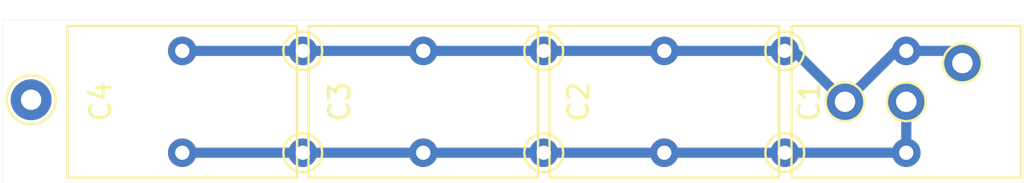
<source format=kicad_pcb>
(kicad_pcb (version 20171130) (host pcbnew "(5.0.1-3-g963ef8bb5)")

  (general
    (thickness 1.6)
    (drawings 4)
    (tracks 20)
    (zones 0)
    (modules 14)
    (nets 4)
  )

  (page A4)
  (layers
    (0 F.Cu signal)
    (31 B.Cu signal)
    (32 B.Adhes user)
    (33 F.Adhes user)
    (34 B.Paste user)
    (35 F.Paste user)
    (36 B.SilkS user)
    (37 F.SilkS user)
    (38 B.Mask user)
    (39 F.Mask user)
    (40 Dwgs.User user)
    (41 Cmts.User user hide)
    (42 Eco1.User user hide)
    (43 Eco2.User user hide)
    (44 Edge.Cuts user)
    (45 Margin user hide)
    (46 B.CrtYd user)
    (47 F.CrtYd user hide)
    (48 B.Fab user)
    (49 F.Fab user hide)
  )

  (setup
    (last_trace_width 0.25)
    (trace_clearance 0.2)
    (zone_clearance 0.508)
    (zone_45_only no)
    (trace_min 0.2)
    (segment_width 0.2)
    (edge_width 0.15)
    (via_size 0.8)
    (via_drill 0.4)
    (via_min_size 0.4)
    (via_min_drill 0.3)
    (uvia_size 0.3)
    (uvia_drill 0.1)
    (uvias_allowed no)
    (uvia_min_size 0.2)
    (uvia_min_drill 0.1)
    (pcb_text_width 0.3)
    (pcb_text_size 1.5 1.5)
    (mod_edge_width 0.15)
    (mod_text_size 1 1)
    (mod_text_width 0.15)
    (pad_size 1.8 1.8)
    (pad_drill 1)
    (pad_to_mask_clearance 0.051)
    (solder_mask_min_width 0.25)
    (aux_axis_origin 0 0)
    (visible_elements FFFFFF7F)
    (pcbplotparams
      (layerselection 0x010fc_ffffffff)
      (usegerberextensions false)
      (usegerberattributes false)
      (usegerberadvancedattributes false)
      (creategerberjobfile false)
      (excludeedgelayer true)
      (linewidth 0.100000)
      (plotframeref false)
      (viasonmask false)
      (mode 1)
      (useauxorigin false)
      (hpglpennumber 1)
      (hpglpenspeed 20)
      (hpglpendiameter 15.000000)
      (psnegative false)
      (psa4output false)
      (plotreference true)
      (plotvalue true)
      (plotinvisibletext false)
      (padsonsilk false)
      (subtractmaskfromsilk false)
      (outputformat 1)
      (mirror false)
      (drillshape 1)
      (scaleselection 1)
      (outputdirectory ""))
  )

  (net 0 "")
  (net 1 "Net-(C1-Pad1)")
  (net 2 "Net-(C1-Pad2)")
  (net 3 "Net-(J4-Pad1)")

  (net_class Default "This is the default net class."
    (clearance 0.2)
    (trace_width 0.25)
    (via_dia 0.8)
    (via_drill 0.4)
    (uvia_dia 0.3)
    (uvia_drill 0.1)
    (add_net "Net-(J4-Pad1)")
  )

  (net_class trk50 ""
    (clearance 0.2)
    (trace_width 0.5)
    (via_dia 0.8)
    (via_drill 0.4)
    (uvia_dia 0.3)
    (uvia_drill 0.1)
    (add_net "Net-(C1-Pad1)")
    (add_net "Net-(C1-Pad2)")
  )

  (module TestPoint:TestPoint_THTPad_D1.5mm_Drill0.7mm (layer F.Cu) (tedit 5CBA5053) (tstamp 5CB8AE31)
    (at 74.7 126.5)
    (descr "THT pad as test Point, diameter 1.5mm, hole diameter 0.7mm")
    (tags "test point THT pad")
    (path /5C8A8B53)
    (attr virtual)
    (fp_text reference J3 (at 0 -1.648) (layer F.SilkS) hide
      (effects (font (size 1 1) (thickness 0.15)))
    )
    (fp_text value Conn_01x01 (at 0 1.75) (layer F.Fab)
      (effects (font (size 1 1) (thickness 0.15)))
    )
    (fp_circle (center 0 0) (end 0 0.95) (layer F.SilkS) (width 0.12))
    (fp_circle (center 0 0) (end 1.25 0) (layer F.CrtYd) (width 0.05))
    (fp_text user %R (at 0 -1.65) (layer F.Fab)
      (effects (font (size 1 1) (thickness 0.15)))
    )
    (pad 1 thru_hole circle (at 0 0) (size 1.4 1.4) (drill 0.7) (layers *.Cu *.Mask)
      (net 2 "Net-(C1-Pad2)"))
  )

  (module TestPoint:TestPoint_THTPad_D1.5mm_Drill0.7mm (layer F.Cu) (tedit 5CBA505C) (tstamp 5CB8AE09)
    (at 74.7 121.5)
    (descr "THT pad as test Point, diameter 1.5mm, hole diameter 0.7mm")
    (tags "test point THT pad")
    (path /5C8A8B2F)
    (attr virtual)
    (fp_text reference J2 (at 0 -1.648) (layer F.SilkS) hide
      (effects (font (size 1 1) (thickness 0.15)))
    )
    (fp_text value Conn_01x01 (at 0 1.75) (layer F.Fab)
      (effects (font (size 1 1) (thickness 0.15)))
    )
    (fp_text user %R (at 0 -1.65) (layer F.Fab)
      (effects (font (size 1 1) (thickness 0.15)))
    )
    (fp_circle (center 0 0) (end 1.25 0) (layer F.CrtYd) (width 0.05))
    (fp_circle (center 0 0) (end 0 0.95) (layer F.SilkS) (width 0.12))
    (pad 1 thru_hole circle (at 0 0) (size 1.4 1.4) (drill 0.7) (layers *.Cu *.Mask)
      (net 1 "Net-(C1-Pad1)"))
  )

  (module TestPoint:TestPoint_THTPad_D1.5mm_Drill0.7mm (layer F.Cu) (tedit 5CBA5026) (tstamp 5CB8AD42)
    (at 86.5 126.5)
    (descr "THT pad as test Point, diameter 1.5mm, hole diameter 0.7mm")
    (tags "test point THT pad")
    (path /5C8A8B53)
    (attr virtual)
    (fp_text reference J3 (at 0 -1.648) (layer F.SilkS) hide
      (effects (font (size 1 1) (thickness 0.15)))
    )
    (fp_text value Conn_01x01 (at 0 1.75) (layer F.Fab)
      (effects (font (size 1 1) (thickness 0.15)))
    )
    (fp_text user %R (at 0 -1.65) (layer F.Fab)
      (effects (font (size 1 1) (thickness 0.15)))
    )
    (fp_circle (center 0 0) (end 1.25 0) (layer F.CrtYd) (width 0.05))
    (fp_circle (center 0 0) (end 0 0.95) (layer F.SilkS) (width 0.12))
    (pad 1 thru_hole circle (at 0 0) (size 1.4 1.4) (drill 0.7) (layers *.Cu *.Mask)
      (net 2 "Net-(C1-Pad2)"))
  )

  (module TestPoint:TestPoint_THTPad_D1.5mm_Drill0.7mm (layer F.Cu) (tedit 5CBA501E) (tstamp 5CB8AD1A)
    (at 86.5 121.5)
    (descr "THT pad as test Point, diameter 1.5mm, hole diameter 0.7mm")
    (tags "test point THT pad")
    (path /5C8A8B2F)
    (attr virtual)
    (fp_text reference J2 (at 0 -1.648) (layer F.SilkS) hide
      (effects (font (size 1 1) (thickness 0.15)))
    )
    (fp_text value Conn_01x01 (at 0 1.75) (layer F.Fab)
      (effects (font (size 1 1) (thickness 0.15)))
    )
    (fp_circle (center 0 0) (end 0 0.95) (layer F.SilkS) (width 0.12))
    (fp_circle (center 0 0) (end 1.25 0) (layer F.CrtYd) (width 0.05))
    (fp_text user %R (at 0 -1.65) (layer F.Fab)
      (effects (font (size 1 1) (thickness 0.15)))
    )
    (pad 1 thru_hole circle (at 0 0) (size 1.4 1.4) (drill 0.7) (layers *.Cu *.Mask)
      (net 1 "Net-(C1-Pad1)"))
  )

  (module TestPoint:TestPoint_THTPad_D1.5mm_Drill0.7mm (layer F.Cu) (tedit 5CBA4FE6) (tstamp 5CB8ABD4)
    (at 98.3 126.5)
    (descr "THT pad as test Point, diameter 1.5mm, hole diameter 0.7mm")
    (tags "test point THT pad")
    (path /5C8A8B53)
    (attr virtual)
    (fp_text reference J3 (at 0 -1.648) (layer F.SilkS) hide
      (effects (font (size 1 1) (thickness 0.15)))
    )
    (fp_text value Conn_01x01 (at 0 1.75) (layer F.Fab)
      (effects (font (size 1 1) (thickness 0.15)))
    )
    (fp_circle (center 0 0) (end 0 0.95) (layer F.SilkS) (width 0.12))
    (fp_circle (center 0 0) (end 1.25 0) (layer F.CrtYd) (width 0.05))
    (fp_text user %R (at 0 -1.65) (layer F.Fab)
      (effects (font (size 1 1) (thickness 0.15)))
    )
    (pad 1 thru_hole circle (at 0 0) (size 1.4 1.4) (drill 0.7) (layers *.Cu *.Mask)
      (net 2 "Net-(C1-Pad2)"))
  )

  (module TestPoint:TestPoint_THTPad_D1.5mm_Drill0.7mm (layer F.Cu) (tedit 5CBA4FF3) (tstamp 5CB8AB70)
    (at 98.3 121.5)
    (descr "THT pad as test Point, diameter 1.5mm, hole diameter 0.7mm")
    (tags "test point THT pad")
    (path /5C8A8B2F)
    (attr virtual)
    (fp_text reference J2 (at 0 -1.648) (layer F.SilkS) hide
      (effects (font (size 1 1) (thickness 0.15)))
    )
    (fp_text value Conn_01x01 (at 0 1.75) (layer F.Fab)
      (effects (font (size 1 1) (thickness 0.15)))
    )
    (fp_text user %R (at 0 -1.65) (layer F.Fab)
      (effects (font (size 1 1) (thickness 0.15)))
    )
    (fp_circle (center 0 0) (end 1.25 0) (layer F.CrtYd) (width 0.05))
    (fp_circle (center 0 0) (end 0 0.95) (layer F.SilkS) (width 0.12))
    (pad 1 thru_hole circle (at 0 0) (size 1.4 1.4) (drill 0.7) (layers *.Cu *.Mask)
      (net 1 "Net-(C1-Pad1)"))
  )

  (module Capacitor_THT:C_Rect_L7.2mm_W11.0mm_P5.00mm_FKS2_FKP2_MKS2_MKP2 (layer F.Cu) (tedit 5CBA4FD9) (tstamp 5C96FE7A)
    (at 104.25 121.5 270)
    (descr "C, Rect series, Radial, pin pitch=5.00mm, , length*width=7.2*11mm^2, Capacitor, http://www.wima.com/EN/WIMA_FKS_2.pdf")
    (tags "C Rect series Radial pin pitch 5.00mm  length 7.2mm width 11mm Capacitor")
    (path /5C8A86EA)
    (fp_text reference C1 (at 2.5 4.75 270) (layer F.SilkS)
      (effects (font (size 1 1) (thickness 0.15)))
    )
    (fp_text value 10 (at 2.5 6.75 270) (layer F.Fab)
      (effects (font (size 1 1) (thickness 0.15)))
    )
    (fp_line (start -1.1 -5.5) (end -1.1 5.5) (layer F.Fab) (width 0.1))
    (fp_line (start -1.1 5.5) (end 6.1 5.5) (layer F.Fab) (width 0.1))
    (fp_line (start 6.1 5.5) (end 6.1 -5.5) (layer F.Fab) (width 0.1))
    (fp_line (start 6.1 -5.5) (end -1.1 -5.5) (layer F.Fab) (width 0.1))
    (fp_line (start -1.22 -5.62) (end 6.22 -5.62) (layer F.SilkS) (width 0.12))
    (fp_line (start -1.22 5.62) (end 6.22 5.62) (layer F.SilkS) (width 0.12))
    (fp_line (start -1.22 -5.62) (end -1.22 5.62) (layer F.SilkS) (width 0.12))
    (fp_line (start 6.22 -5.62) (end 6.22 5.62) (layer F.SilkS) (width 0.12))
    (fp_line (start -1.35 -5.75) (end -1.35 5.75) (layer F.CrtYd) (width 0.05))
    (fp_line (start -1.35 5.75) (end 6.35 5.75) (layer F.CrtYd) (width 0.05))
    (fp_line (start 6.35 5.75) (end 6.35 -5.75) (layer F.CrtYd) (width 0.05))
    (fp_line (start 6.35 -5.75) (end -1.35 -5.75) (layer F.CrtYd) (width 0.05))
    (fp_text user %R (at 2.5 0 270) (layer F.Fab)
      (effects (font (size 1 1) (thickness 0.15)))
    )
    (pad 1 thru_hole circle (at 0 0 270) (size 1.4 1.4) (drill 0.7) (layers *.Cu *.Mask)
      (net 1 "Net-(C1-Pad1)"))
    (pad 2 thru_hole circle (at 5 0 270) (size 1.4 1.4) (drill 0.7) (layers *.Cu *.Mask)
      (net 2 "Net-(C1-Pad2)"))
    (model ${KISYS3DMOD}/Capacitor_THT.3dshapes/C_Rect_L7.2mm_W11.0mm_P5.00mm_FKS2_FKP2_MKS2_MKP2.wrl
      (at (xyz 0 0 0))
      (scale (xyz 1 1 1))
      (rotate (xyz 0 0 0))
    )
  )

  (module Capacitor_THT:C_Rect_L7.2mm_W11.0mm_P5.00mm_FKS2_FKP2_MKS2_MKP2 (layer F.Cu) (tedit 5CBA5013) (tstamp 5C96FE8D)
    (at 92.4 121.5 270)
    (descr "C, Rect series, Radial, pin pitch=5.00mm, , length*width=7.2*11mm^2, Capacitor, http://www.wima.com/EN/WIMA_FKS_2.pdf")
    (tags "C Rect series Radial pin pitch 5.00mm  length 7.2mm width 11mm Capacitor")
    (path /5C8A8923)
    (fp_text reference C2 (at 2.5 4.2 270) (layer F.SilkS)
      (effects (font (size 1 1) (thickness 0.15)))
    )
    (fp_text value 10 (at 2.5 6.75 270) (layer F.Fab)
      (effects (font (size 1 1) (thickness 0.15)))
    )
    (fp_text user %R (at 2.5 0 270) (layer F.Fab)
      (effects (font (size 1 1) (thickness 0.15)))
    )
    (fp_line (start 6.35 -5.75) (end -1.35 -5.75) (layer F.CrtYd) (width 0.05))
    (fp_line (start 6.35 5.75) (end 6.35 -5.75) (layer F.CrtYd) (width 0.05))
    (fp_line (start -1.35 5.75) (end 6.35 5.75) (layer F.CrtYd) (width 0.05))
    (fp_line (start -1.35 -5.75) (end -1.35 5.75) (layer F.CrtYd) (width 0.05))
    (fp_line (start 6.22 -5.62) (end 6.22 5.62) (layer F.SilkS) (width 0.12))
    (fp_line (start -1.22 -5.62) (end -1.22 5.62) (layer F.SilkS) (width 0.12))
    (fp_line (start -1.22 5.62) (end 6.22 5.62) (layer F.SilkS) (width 0.12))
    (fp_line (start -1.22 -5.62) (end 6.22 -5.62) (layer F.SilkS) (width 0.12))
    (fp_line (start 6.1 -5.5) (end -1.1 -5.5) (layer F.Fab) (width 0.1))
    (fp_line (start 6.1 5.5) (end 6.1 -5.5) (layer F.Fab) (width 0.1))
    (fp_line (start -1.1 5.5) (end 6.1 5.5) (layer F.Fab) (width 0.1))
    (fp_line (start -1.1 -5.5) (end -1.1 5.5) (layer F.Fab) (width 0.1))
    (pad 2 thru_hole circle (at 5 0 270) (size 1.4 1.4) (drill 0.7) (layers *.Cu *.Mask)
      (net 2 "Net-(C1-Pad2)"))
    (pad 1 thru_hole circle (at 0 0 270) (size 1.4 1.4) (drill 0.7) (layers *.Cu *.Mask)
      (net 1 "Net-(C1-Pad1)"))
    (model ${KISYS3DMOD}/Capacitor_THT.3dshapes/C_Rect_L7.2mm_W11.0mm_P5.00mm_FKS2_FKP2_MKS2_MKP2.wrl
      (at (xyz 0 0 0))
      (scale (xyz 1 1 1))
      (rotate (xyz 0 0 0))
    )
  )

  (module Capacitor_THT:C_Rect_L7.2mm_W11.0mm_P5.00mm_FKS2_FKP2_MKS2_MKP2 (layer F.Cu) (tedit 5CBA5049) (tstamp 5C96FEA0)
    (at 80.6 121.5 270)
    (descr "C, Rect series, Radial, pin pitch=5.00mm, , length*width=7.2*11mm^2, Capacitor, http://www.wima.com/EN/WIMA_FKS_2.pdf")
    (tags "C Rect series Radial pin pitch 5.00mm  length 7.2mm width 11mm Capacitor")
    (path /5C8A8955)
    (fp_text reference C3 (at 2.5 4.1 270) (layer F.SilkS)
      (effects (font (size 1 1) (thickness 0.15)))
    )
    (fp_text value 10 (at 2.5 6.75 270) (layer F.Fab)
      (effects (font (size 1 1) (thickness 0.15)))
    )
    (fp_line (start -1.1 -5.5) (end -1.1 5.5) (layer F.Fab) (width 0.1))
    (fp_line (start -1.1 5.5) (end 6.1 5.5) (layer F.Fab) (width 0.1))
    (fp_line (start 6.1 5.5) (end 6.1 -5.5) (layer F.Fab) (width 0.1))
    (fp_line (start 6.1 -5.5) (end -1.1 -5.5) (layer F.Fab) (width 0.1))
    (fp_line (start -1.22 -5.62) (end 6.22 -5.62) (layer F.SilkS) (width 0.12))
    (fp_line (start -1.22 5.62) (end 6.22 5.62) (layer F.SilkS) (width 0.12))
    (fp_line (start -1.22 -5.62) (end -1.22 5.62) (layer F.SilkS) (width 0.12))
    (fp_line (start 6.22 -5.62) (end 6.22 5.62) (layer F.SilkS) (width 0.12))
    (fp_line (start -1.35 -5.75) (end -1.35 5.75) (layer F.CrtYd) (width 0.05))
    (fp_line (start -1.35 5.75) (end 6.35 5.75) (layer F.CrtYd) (width 0.05))
    (fp_line (start 6.35 5.75) (end 6.35 -5.75) (layer F.CrtYd) (width 0.05))
    (fp_line (start 6.35 -5.75) (end -1.35 -5.75) (layer F.CrtYd) (width 0.05))
    (fp_text user %R (at 2.5 0 270) (layer F.Fab)
      (effects (font (size 1 1) (thickness 0.15)))
    )
    (pad 1 thru_hole circle (at 0 0 270) (size 1.4 1.4) (drill 0.7) (layers *.Cu *.Mask)
      (net 1 "Net-(C1-Pad1)"))
    (pad 2 thru_hole circle (at 5 0 270) (size 1.4 1.4) (drill 0.7) (layers *.Cu *.Mask)
      (net 2 "Net-(C1-Pad2)"))
    (model ${KISYS3DMOD}/Capacitor_THT.3dshapes/C_Rect_L7.2mm_W11.0mm_P5.00mm_FKS2_FKP2_MKS2_MKP2.wrl
      (at (xyz 0 0 0))
      (scale (xyz 1 1 1))
      (rotate (xyz 0 0 0))
    )
  )

  (module Capacitor_THT:C_Rect_L7.2mm_W11.0mm_P5.00mm_FKS2_FKP2_MKS2_MKP2 (layer F.Cu) (tedit 5CBA507B) (tstamp 5C96FEB3)
    (at 68.8 121.5 270)
    (descr "C, Rect series, Radial, pin pitch=5.00mm, , length*width=7.2*11mm^2, Capacitor, http://www.wima.com/EN/WIMA_FKS_2.pdf")
    (tags "C Rect series Radial pin pitch 5.00mm  length 7.2mm width 11mm Capacitor")
    (path /5C8A897D)
    (fp_text reference C4 (at 2.5 4 270) (layer F.SilkS)
      (effects (font (size 1 1) (thickness 0.15)))
    )
    (fp_text value 10 (at 2.5 6.75 270) (layer F.Fab)
      (effects (font (size 1 1) (thickness 0.15)))
    )
    (fp_text user %R (at 2.5 0 270) (layer F.Fab)
      (effects (font (size 1 1) (thickness 0.15)))
    )
    (fp_line (start 6.35 -5.75) (end -1.35 -5.75) (layer F.CrtYd) (width 0.05))
    (fp_line (start 6.35 5.75) (end 6.35 -5.75) (layer F.CrtYd) (width 0.05))
    (fp_line (start -1.35 5.75) (end 6.35 5.75) (layer F.CrtYd) (width 0.05))
    (fp_line (start -1.35 -5.75) (end -1.35 5.75) (layer F.CrtYd) (width 0.05))
    (fp_line (start 6.22 -5.62) (end 6.22 5.62) (layer F.SilkS) (width 0.12))
    (fp_line (start -1.22 -5.62) (end -1.22 5.62) (layer F.SilkS) (width 0.12))
    (fp_line (start -1.22 5.62) (end 6.22 5.62) (layer F.SilkS) (width 0.12))
    (fp_line (start -1.22 -5.62) (end 6.22 -5.62) (layer F.SilkS) (width 0.12))
    (fp_line (start 6.1 -5.5) (end -1.1 -5.5) (layer F.Fab) (width 0.1))
    (fp_line (start 6.1 5.5) (end 6.1 -5.5) (layer F.Fab) (width 0.1))
    (fp_line (start -1.1 5.5) (end 6.1 5.5) (layer F.Fab) (width 0.1))
    (fp_line (start -1.1 -5.5) (end -1.1 5.5) (layer F.Fab) (width 0.1))
    (pad 2 thru_hole circle (at 5 0 270) (size 1.4 1.4) (drill 0.7) (layers *.Cu *.Mask)
      (net 2 "Net-(C1-Pad2)"))
    (pad 1 thru_hole circle (at 0 0 270) (size 1.4 1.4) (drill 0.7) (layers *.Cu *.Mask)
      (net 1 "Net-(C1-Pad1)"))
    (model ${KISYS3DMOD}/Capacitor_THT.3dshapes/C_Rect_L7.2mm_W11.0mm_P5.00mm_FKS2_FKP2_MKS2_MKP2.wrl
      (at (xyz 0 0 0))
      (scale (xyz 1 1 1))
      (rotate (xyz 0 0 0))
    )
  )

  (module TestPoint:TestPoint_THTPad_D2.0mm_Drill1.0mm (layer F.Cu) (tedit 5CDAE7F2) (tstamp 5CB7BA90)
    (at 61.4 123.9)
    (descr "THT pad as test Point, diameter 2.0mm, hole diameter 1.0mm")
    (tags "test point THT pad")
    (path /5C8AFD61)
    (attr virtual)
    (fp_text reference J4 (at 0 -1.998) (layer F.SilkS) hide
      (effects (font (size 1 1) (thickness 0.15)))
    )
    (fp_text value Conn_01x01 (at 0 2.05) (layer F.Fab)
      (effects (font (size 1 1) (thickness 0.15)))
    )
    (fp_text user %R (at 0 -2) (layer F.Fab)
      (effects (font (size 1 1) (thickness 0.15)))
    )
    (fp_circle (center 0 0) (end 1.5 0) (layer F.CrtYd) (width 0.05))
    (fp_circle (center 0 0) (end 0 1.2) (layer F.SilkS) (width 0.12))
    (pad 1 thru_hole circle (at 0 0) (size 2 2) (drill 1) (layers *.Cu *.Mask)
      (net 3 "Net-(J4-Pad1)"))
  )

  (module TestPoint:TestPoint_THTPad_D1.5mm_Drill0.7mm (layer F.Cu) (tedit 5CDAE7E2) (tstamp 5CB8AA09)
    (at 107 122.1)
    (descr "THT pad as test Point, diameter 1.5mm, hole diameter 0.7mm")
    (tags "test point THT pad")
    (path /5C8A8A73)
    (attr virtual)
    (fp_text reference J1 (at 0 -1.648) (layer F.SilkS) hide
      (effects (font (size 1 1) (thickness 0.15)))
    )
    (fp_text value Conn_01x01 (at 0 1.75) (layer F.Fab)
      (effects (font (size 1 1) (thickness 0.15)))
    )
    (fp_text user %R (at 0 -1.65) (layer F.Fab)
      (effects (font (size 1 1) (thickness 0.15)))
    )
    (fp_circle (center 0 0) (end 1.25 0) (layer F.CrtYd) (width 0.05))
    (fp_circle (center 0 0) (end 0 0.95) (layer F.SilkS) (width 0.12))
    (pad 1 thru_hole circle (at 0 0) (size 1.8 1.8) (drill 1) (layers *.Cu *.Mask)
      (net 1 "Net-(C1-Pad1)"))
  )

  (module TestPoint:TestPoint_THTPad_D1.5mm_Drill0.7mm (layer F.Cu) (tedit 5CDAE7EC) (tstamp 5CB8AA10)
    (at 101.25 124)
    (descr "THT pad as test Point, diameter 1.5mm, hole diameter 0.7mm")
    (tags "test point THT pad")
    (path /5C8A8B2F)
    (attr virtual)
    (fp_text reference J2 (at 0 -1.648) (layer F.SilkS) hide
      (effects (font (size 1 1) (thickness 0.15)))
    )
    (fp_text value Conn_01x01 (at 0 1.75) (layer F.Fab)
      (effects (font (size 1 1) (thickness 0.15)))
    )
    (fp_circle (center 0 0) (end 0 0.95) (layer F.SilkS) (width 0.12))
    (fp_circle (center 0 0) (end 1.25 0) (layer F.CrtYd) (width 0.05))
    (fp_text user %R (at 0 -1.65) (layer F.Fab)
      (effects (font (size 1 1) (thickness 0.15)))
    )
    (pad 1 thru_hole circle (at 0 0) (size 1.8 1.8) (drill 1) (layers *.Cu *.Mask)
      (net 1 "Net-(C1-Pad1)"))
  )

  (module TestPoint:TestPoint_THTPad_D1.5mm_Drill0.7mm (layer F.Cu) (tedit 5CDAE7E7) (tstamp 5CB8AA17)
    (at 104.25 124)
    (descr "THT pad as test Point, diameter 1.5mm, hole diameter 0.7mm")
    (tags "test point THT pad")
    (path /5C8A8B53)
    (attr virtual)
    (fp_text reference J3 (at 0 -1.648) (layer F.SilkS) hide
      (effects (font (size 1 1) (thickness 0.15)))
    )
    (fp_text value Conn_01x01 (at 0 1.75) (layer F.Fab)
      (effects (font (size 1 1) (thickness 0.15)))
    )
    (fp_text user %R (at 0 -1.65) (layer F.Fab)
      (effects (font (size 1 1) (thickness 0.15)))
    )
    (fp_circle (center 0 0) (end 1.25 0) (layer F.CrtYd) (width 0.05))
    (fp_circle (center 0 0) (end 0 0.95) (layer F.SilkS) (width 0.12))
    (pad 1 thru_hole circle (at 0 0) (size 1.8 1.8) (drill 1) (layers *.Cu *.Mask)
      (net 2 "Net-(C1-Pad2)"))
  )

  (gr_line (start 110 120) (end 60 120) (layer Edge.Cuts) (width 0.01))
  (gr_line (start 110 128) (end 110 120) (layer Edge.Cuts) (width 0.01))
  (gr_line (start 60 128) (end 110 128) (layer Edge.Cuts) (width 0.01))
  (gr_line (start 60 120) (end 60 128) (layer Edge.Cuts) (width 0.01))

  (segment (start 106.4 121.5) (end 107 122.1) (width 0.5) (layer B.Cu) (net 1))
  (segment (start 104.25 121.5) (end 106.4 121.5) (width 0.5) (layer B.Cu) (net 1))
  (segment (start 103.75 121.5) (end 101.25 124) (width 0.5) (layer B.Cu) (net 1))
  (segment (start 104.25 121.5) (end 103.75 121.5) (width 0.5) (layer B.Cu) (net 1))
  (segment (start 69.93137 121.5) (end 74.7 121.5) (width 0.5) (layer B.Cu) (net 1))
  (segment (start 68.8 121.5) (end 69.93137 121.5) (width 0.5) (layer B.Cu) (net 1))
  (segment (start 74.7 121.5) (end 80.6 121.5) (width 0.5) (layer B.Cu) (net 1))
  (segment (start 80.6 121.5) (end 86.5 121.5) (width 0.5) (layer B.Cu) (net 1))
  (segment (start 86.5 121.5) (end 92.4 121.5) (width 0.5) (layer B.Cu) (net 1))
  (segment (start 93.53137 121.5) (end 98.3 121.5) (width 0.5) (layer B.Cu) (net 1))
  (segment (start 92.4 121.5) (end 93.53137 121.5) (width 0.5) (layer B.Cu) (net 1))
  (segment (start 98.75 121.5) (end 101.25 124) (width 0.5) (layer B.Cu) (net 1))
  (segment (start 98.3 121.5) (end 98.75 121.5) (width 0.5) (layer B.Cu) (net 1))
  (segment (start 104.25 124) (end 104.25 126.5) (width 0.5) (layer B.Cu) (net 2))
  (segment (start 68.8 126.5) (end 74.7 126.5) (width 0.5) (layer B.Cu) (net 2))
  (segment (start 74.7 126.5) (end 80.6 126.5) (width 0.5) (layer B.Cu) (net 2))
  (segment (start 80.6 126.5) (end 86.5 126.5) (width 0.5) (layer B.Cu) (net 2))
  (segment (start 86.5 126.5) (end 92.4 126.5) (width 0.5) (layer B.Cu) (net 2))
  (segment (start 92.4 126.5) (end 98.3 126.5) (width 0.5) (layer B.Cu) (net 2))
  (segment (start 98.3 126.5) (end 104.25 126.5) (width 0.5) (layer B.Cu) (net 2))

)

</source>
